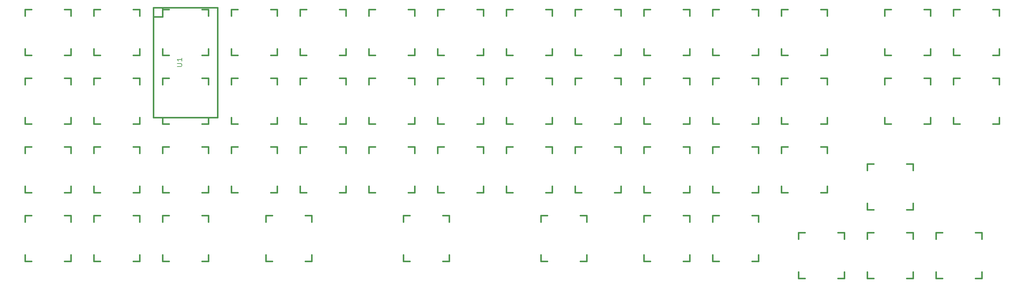
<source format=gto>
G04 #@! TF.FileFunction,Legend,Top*
%FSLAX46Y46*%
G04 Gerber Fmt 4.6, Leading zero omitted, Abs format (unit mm)*
G04 Created by KiCad (PCBNEW 4.0.7) date 07/12/18 08:23:41*
%MOMM*%
%LPD*%
G01*
G04 APERTURE LIST*
%ADD10C,0.100000*%
%ADD11C,0.381000*%
%ADD12C,0.203200*%
G04 APERTURE END LIST*
D10*
D11*
X222250000Y-53181200D02*
X224028000Y-53181200D01*
X233172000Y-53181200D02*
X234950000Y-53181200D01*
X234950000Y-53181200D02*
X234950000Y-54959200D01*
X234950000Y-64103200D02*
X234950000Y-65881200D01*
X234950000Y-65881200D02*
X233172000Y-65881200D01*
X224028000Y-65881200D02*
X222250000Y-65881200D01*
X222250000Y-65881200D02*
X222250000Y-64103200D01*
X222250000Y-54959200D02*
X222250000Y-53181200D01*
X203200000Y-72231200D02*
X204978000Y-72231200D01*
X214122000Y-72231200D02*
X215900000Y-72231200D01*
X215900000Y-72231200D02*
X215900000Y-74009200D01*
X215900000Y-83153200D02*
X215900000Y-84931200D01*
X215900000Y-84931200D02*
X214122000Y-84931200D01*
X204978000Y-84931200D02*
X203200000Y-84931200D01*
X203200000Y-84931200D02*
X203200000Y-83153200D01*
X203200000Y-74009200D02*
X203200000Y-72231200D01*
X203200000Y-53181200D02*
X204978000Y-53181200D01*
X214122000Y-53181200D02*
X215900000Y-53181200D01*
X215900000Y-53181200D02*
X215900000Y-54959200D01*
X215900000Y-64103200D02*
X215900000Y-65881200D01*
X215900000Y-65881200D02*
X214122000Y-65881200D01*
X204978000Y-65881200D02*
X203200000Y-65881200D01*
X203200000Y-65881200D02*
X203200000Y-64103200D01*
X203200000Y-54959200D02*
X203200000Y-53181200D01*
X165100000Y-72231200D02*
X166878000Y-72231200D01*
X176022000Y-72231200D02*
X177800000Y-72231200D01*
X177800000Y-72231200D02*
X177800000Y-74009200D01*
X177800000Y-83153200D02*
X177800000Y-84931200D01*
X177800000Y-84931200D02*
X176022000Y-84931200D01*
X166878000Y-84931200D02*
X165100000Y-84931200D01*
X165100000Y-84931200D02*
X165100000Y-83153200D01*
X165100000Y-74009200D02*
X165100000Y-72231200D01*
X184150000Y-72231200D02*
X185928000Y-72231200D01*
X195072000Y-72231200D02*
X196850000Y-72231200D01*
X196850000Y-72231200D02*
X196850000Y-74009200D01*
X196850000Y-83153200D02*
X196850000Y-84931200D01*
X196850000Y-84931200D02*
X195072000Y-84931200D01*
X185928000Y-84931200D02*
X184150000Y-84931200D01*
X184150000Y-84931200D02*
X184150000Y-83153200D01*
X184150000Y-74009200D02*
X184150000Y-72231200D01*
X31750000Y-53181200D02*
X33528000Y-53181200D01*
X42672000Y-53181200D02*
X44450000Y-53181200D01*
X44450000Y-53181200D02*
X44450000Y-54959200D01*
X44450000Y-64103200D02*
X44450000Y-65881200D01*
X44450000Y-65881200D02*
X42672000Y-65881200D01*
X33528000Y-65881200D02*
X31750000Y-65881200D01*
X31750000Y-65881200D02*
X31750000Y-64103200D01*
X31750000Y-54959200D02*
X31750000Y-53181200D01*
X107950000Y-72231200D02*
X109728000Y-72231200D01*
X118872000Y-72231200D02*
X120650000Y-72231200D01*
X120650000Y-72231200D02*
X120650000Y-74009200D01*
X120650000Y-83153200D02*
X120650000Y-84931200D01*
X120650000Y-84931200D02*
X118872000Y-84931200D01*
X109728000Y-84931200D02*
X107950000Y-84931200D01*
X107950000Y-84931200D02*
X107950000Y-83153200D01*
X107950000Y-74009200D02*
X107950000Y-72231200D01*
X222250000Y-34131200D02*
X224028000Y-34131200D01*
X233172000Y-34131200D02*
X234950000Y-34131200D01*
X234950000Y-34131200D02*
X234950000Y-35909200D01*
X234950000Y-45053200D02*
X234950000Y-46831200D01*
X234950000Y-46831200D02*
X233172000Y-46831200D01*
X224028000Y-46831200D02*
X222250000Y-46831200D01*
X222250000Y-46831200D02*
X222250000Y-45053200D01*
X222250000Y-35909200D02*
X222250000Y-34131200D01*
X250825000Y-53181200D02*
X252603000Y-53181200D01*
X261747000Y-53181200D02*
X263525000Y-53181200D01*
X263525000Y-53181200D02*
X263525000Y-54959200D01*
X263525000Y-64103200D02*
X263525000Y-65881200D01*
X263525000Y-65881200D02*
X261747000Y-65881200D01*
X252603000Y-65881200D02*
X250825000Y-65881200D01*
X250825000Y-65881200D02*
X250825000Y-64103200D01*
X250825000Y-54959200D02*
X250825000Y-53181200D01*
X269875000Y-53181200D02*
X271653000Y-53181200D01*
X280797000Y-53181200D02*
X282575000Y-53181200D01*
X282575000Y-53181200D02*
X282575000Y-54959200D01*
X282575000Y-64103200D02*
X282575000Y-65881200D01*
X282575000Y-65881200D02*
X280797000Y-65881200D01*
X271653000Y-65881200D02*
X269875000Y-65881200D01*
X269875000Y-65881200D02*
X269875000Y-64103200D01*
X269875000Y-54959200D02*
X269875000Y-53181200D01*
X69850000Y-72231200D02*
X71628000Y-72231200D01*
X80772000Y-72231200D02*
X82550000Y-72231200D01*
X82550000Y-72231200D02*
X82550000Y-74009200D01*
X82550000Y-83153200D02*
X82550000Y-84931200D01*
X82550000Y-84931200D02*
X80772000Y-84931200D01*
X71628000Y-84931200D02*
X69850000Y-84931200D01*
X69850000Y-84931200D02*
X69850000Y-83153200D01*
X69850000Y-74009200D02*
X69850000Y-72231200D01*
X12700000Y-91281200D02*
X14478000Y-91281200D01*
X23622000Y-91281200D02*
X25400000Y-91281200D01*
X25400000Y-91281200D02*
X25400000Y-93059200D01*
X25400000Y-102203200D02*
X25400000Y-103981200D01*
X25400000Y-103981200D02*
X23622000Y-103981200D01*
X14478000Y-103981200D02*
X12700000Y-103981200D01*
X12700000Y-103981200D02*
X12700000Y-102203200D01*
X12700000Y-93059200D02*
X12700000Y-91281200D01*
X69850000Y-53181200D02*
X71628000Y-53181200D01*
X80772000Y-53181200D02*
X82550000Y-53181200D01*
X82550000Y-53181200D02*
X82550000Y-54959200D01*
X82550000Y-64103200D02*
X82550000Y-65881200D01*
X82550000Y-65881200D02*
X80772000Y-65881200D01*
X71628000Y-65881200D02*
X69850000Y-65881200D01*
X69850000Y-65881200D02*
X69850000Y-64103200D01*
X69850000Y-54959200D02*
X69850000Y-53181200D01*
X246062000Y-96044000D02*
X247840000Y-96044000D01*
X256984000Y-96044000D02*
X258762000Y-96044000D01*
X258762000Y-96044000D02*
X258762000Y-97822000D01*
X258762000Y-106966000D02*
X258762000Y-108744000D01*
X258762000Y-108744000D02*
X256984000Y-108744000D01*
X247840000Y-108744000D02*
X246062000Y-108744000D01*
X246062000Y-108744000D02*
X246062000Y-106966000D01*
X246062000Y-97822000D02*
X246062000Y-96044000D01*
X69850000Y-34131200D02*
X71628000Y-34131200D01*
X80772000Y-34131200D02*
X82550000Y-34131200D01*
X82550000Y-34131200D02*
X82550000Y-35909200D01*
X82550000Y-45053200D02*
X82550000Y-46831200D01*
X82550000Y-46831200D02*
X80772000Y-46831200D01*
X71628000Y-46831200D02*
X69850000Y-46831200D01*
X69850000Y-46831200D02*
X69850000Y-45053200D01*
X69850000Y-35909200D02*
X69850000Y-34131200D01*
X12700000Y-53181200D02*
X14478000Y-53181200D01*
X23622000Y-53181200D02*
X25400000Y-53181200D01*
X25400000Y-53181200D02*
X25400000Y-54959200D01*
X25400000Y-64103200D02*
X25400000Y-65881200D01*
X25400000Y-65881200D02*
X23622000Y-65881200D01*
X14478000Y-65881200D02*
X12700000Y-65881200D01*
X12700000Y-65881200D02*
X12700000Y-64103200D01*
X12700000Y-54959200D02*
X12700000Y-53181200D01*
X88900000Y-53181200D02*
X90678000Y-53181200D01*
X99822000Y-53181200D02*
X101600000Y-53181200D01*
X101600000Y-53181200D02*
X101600000Y-54959200D01*
X101600000Y-64103200D02*
X101600000Y-65881200D01*
X101600000Y-65881200D02*
X99822000Y-65881200D01*
X90678000Y-65881200D02*
X88900000Y-65881200D01*
X88900000Y-65881200D02*
X88900000Y-64103200D01*
X88900000Y-54959200D02*
X88900000Y-53181200D01*
X203200000Y-91281200D02*
X204978000Y-91281200D01*
X214122000Y-91281200D02*
X215900000Y-91281200D01*
X215900000Y-91281200D02*
X215900000Y-93059200D01*
X215900000Y-102203200D02*
X215900000Y-103981200D01*
X215900000Y-103981200D02*
X214122000Y-103981200D01*
X204978000Y-103981200D02*
X203200000Y-103981200D01*
X203200000Y-103981200D02*
X203200000Y-102203200D01*
X203200000Y-93059200D02*
X203200000Y-91281200D01*
X107950000Y-53181200D02*
X109728000Y-53181200D01*
X118872000Y-53181200D02*
X120650000Y-53181200D01*
X120650000Y-53181200D02*
X120650000Y-54959200D01*
X120650000Y-64103200D02*
X120650000Y-65881200D01*
X120650000Y-65881200D02*
X118872000Y-65881200D01*
X109728000Y-65881200D02*
X107950000Y-65881200D01*
X107950000Y-65881200D02*
X107950000Y-64103200D01*
X107950000Y-54959200D02*
X107950000Y-53181200D01*
X127000000Y-53181200D02*
X128778000Y-53181200D01*
X137922000Y-53181200D02*
X139700000Y-53181200D01*
X139700000Y-53181200D02*
X139700000Y-54959200D01*
X139700000Y-64103200D02*
X139700000Y-65881200D01*
X139700000Y-65881200D02*
X137922000Y-65881200D01*
X128778000Y-65881200D02*
X127000000Y-65881200D01*
X127000000Y-65881200D02*
X127000000Y-64103200D01*
X127000000Y-54959200D02*
X127000000Y-53181200D01*
X165100000Y-34131200D02*
X166878000Y-34131200D01*
X176022000Y-34131200D02*
X177800000Y-34131200D01*
X177800000Y-34131200D02*
X177800000Y-35909200D01*
X177800000Y-45053200D02*
X177800000Y-46831200D01*
X177800000Y-46831200D02*
X176022000Y-46831200D01*
X166878000Y-46831200D02*
X165100000Y-46831200D01*
X165100000Y-46831200D02*
X165100000Y-45053200D01*
X165100000Y-35909200D02*
X165100000Y-34131200D01*
X146050000Y-53181200D02*
X147828000Y-53181200D01*
X156972000Y-53181200D02*
X158750000Y-53181200D01*
X158750000Y-53181200D02*
X158750000Y-54959200D01*
X158750000Y-64103200D02*
X158750000Y-65881200D01*
X158750000Y-65881200D02*
X156972000Y-65881200D01*
X147828000Y-65881200D02*
X146050000Y-65881200D01*
X146050000Y-65881200D02*
X146050000Y-64103200D01*
X146050000Y-54959200D02*
X146050000Y-53181200D01*
X165100000Y-53181200D02*
X166878000Y-53181200D01*
X176022000Y-53181200D02*
X177800000Y-53181200D01*
X177800000Y-53181200D02*
X177800000Y-54959200D01*
X177800000Y-64103200D02*
X177800000Y-65881200D01*
X177800000Y-65881200D02*
X176022000Y-65881200D01*
X166878000Y-65881200D02*
X165100000Y-65881200D01*
X165100000Y-65881200D02*
X165100000Y-64103200D01*
X165100000Y-54959200D02*
X165100000Y-53181200D01*
X184150000Y-53181200D02*
X185928000Y-53181200D01*
X195072000Y-53181200D02*
X196850000Y-53181200D01*
X196850000Y-53181200D02*
X196850000Y-54959200D01*
X196850000Y-64103200D02*
X196850000Y-65881200D01*
X196850000Y-65881200D02*
X195072000Y-65881200D01*
X185928000Y-65881200D02*
X184150000Y-65881200D01*
X184150000Y-65881200D02*
X184150000Y-64103200D01*
X184150000Y-54959200D02*
X184150000Y-53181200D01*
X50800000Y-91281200D02*
X52578000Y-91281200D01*
X61722000Y-91281200D02*
X63500000Y-91281200D01*
X63500000Y-91281200D02*
X63500000Y-93059200D01*
X63500000Y-102203200D02*
X63500000Y-103981200D01*
X63500000Y-103981200D02*
X61722000Y-103981200D01*
X52578000Y-103981200D02*
X50800000Y-103981200D01*
X50800000Y-103981200D02*
X50800000Y-102203200D01*
X50800000Y-93059200D02*
X50800000Y-91281200D01*
X227012000Y-96044000D02*
X228790000Y-96044000D01*
X237934000Y-96044000D02*
X239712000Y-96044000D01*
X239712000Y-96044000D02*
X239712000Y-97822000D01*
X239712000Y-106966000D02*
X239712000Y-108744000D01*
X239712000Y-108744000D02*
X237934000Y-108744000D01*
X228790000Y-108744000D02*
X227012000Y-108744000D01*
X227012000Y-108744000D02*
X227012000Y-106966000D01*
X227012000Y-97822000D02*
X227012000Y-96044000D01*
X12700000Y-72231200D02*
X14478000Y-72231200D01*
X23622000Y-72231200D02*
X25400000Y-72231200D01*
X25400000Y-72231200D02*
X25400000Y-74009200D01*
X25400000Y-83153200D02*
X25400000Y-84931200D01*
X25400000Y-84931200D02*
X23622000Y-84931200D01*
X14478000Y-84931200D02*
X12700000Y-84931200D01*
X12700000Y-84931200D02*
X12700000Y-83153200D01*
X12700000Y-74009200D02*
X12700000Y-72231200D01*
X146050000Y-72231200D02*
X147828000Y-72231200D01*
X156972000Y-72231200D02*
X158750000Y-72231200D01*
X158750000Y-72231200D02*
X158750000Y-74009200D01*
X158750000Y-83153200D02*
X158750000Y-84931200D01*
X158750000Y-84931200D02*
X156972000Y-84931200D01*
X147828000Y-84931200D02*
X146050000Y-84931200D01*
X146050000Y-84931200D02*
X146050000Y-83153200D01*
X146050000Y-74009200D02*
X146050000Y-72231200D01*
X127000000Y-72231200D02*
X128778000Y-72231200D01*
X137922000Y-72231200D02*
X139700000Y-72231200D01*
X139700000Y-72231200D02*
X139700000Y-74009200D01*
X139700000Y-83153200D02*
X139700000Y-84931200D01*
X139700000Y-84931200D02*
X137922000Y-84931200D01*
X128778000Y-84931200D02*
X127000000Y-84931200D01*
X127000000Y-84931200D02*
X127000000Y-83153200D01*
X127000000Y-74009200D02*
X127000000Y-72231200D01*
X184150000Y-34131200D02*
X185928000Y-34131200D01*
X195072000Y-34131200D02*
X196850000Y-34131200D01*
X196850000Y-34131200D02*
X196850000Y-35909200D01*
X196850000Y-45053200D02*
X196850000Y-46831200D01*
X196850000Y-46831200D02*
X195072000Y-46831200D01*
X185928000Y-46831200D02*
X184150000Y-46831200D01*
X184150000Y-46831200D02*
X184150000Y-45053200D01*
X184150000Y-35909200D02*
X184150000Y-34131200D01*
X203200000Y-34131200D02*
X204978000Y-34131200D01*
X214122000Y-34131200D02*
X215900000Y-34131200D01*
X215900000Y-34131200D02*
X215900000Y-35909200D01*
X215900000Y-45053200D02*
X215900000Y-46831200D01*
X215900000Y-46831200D02*
X214122000Y-46831200D01*
X204978000Y-46831200D02*
X203200000Y-46831200D01*
X203200000Y-46831200D02*
X203200000Y-45053200D01*
X203200000Y-35909200D02*
X203200000Y-34131200D01*
X31750000Y-34131200D02*
X33528000Y-34131200D01*
X42672000Y-34131200D02*
X44450000Y-34131200D01*
X44450000Y-34131200D02*
X44450000Y-35909200D01*
X44450000Y-45053200D02*
X44450000Y-46831200D01*
X44450000Y-46831200D02*
X42672000Y-46831200D01*
X33528000Y-46831200D02*
X31750000Y-46831200D01*
X31750000Y-46831200D02*
X31750000Y-45053200D01*
X31750000Y-35909200D02*
X31750000Y-34131200D01*
X88900000Y-34131200D02*
X90678000Y-34131200D01*
X99822000Y-34131200D02*
X101600000Y-34131200D01*
X101600000Y-34131200D02*
X101600000Y-35909200D01*
X101600000Y-45053200D02*
X101600000Y-46831200D01*
X101600000Y-46831200D02*
X99822000Y-46831200D01*
X90678000Y-46831200D02*
X88900000Y-46831200D01*
X88900000Y-46831200D02*
X88900000Y-45053200D01*
X88900000Y-35909200D02*
X88900000Y-34131200D01*
X184150000Y-91281200D02*
X185928000Y-91281200D01*
X195072000Y-91281200D02*
X196850000Y-91281200D01*
X196850000Y-91281200D02*
X196850000Y-93059200D01*
X196850000Y-102203200D02*
X196850000Y-103981200D01*
X196850000Y-103981200D02*
X195072000Y-103981200D01*
X185928000Y-103981200D02*
X184150000Y-103981200D01*
X184150000Y-103981200D02*
X184150000Y-102203200D01*
X184150000Y-93059200D02*
X184150000Y-91281200D01*
X265112000Y-96044000D02*
X266890000Y-96044000D01*
X276034000Y-96044000D02*
X277812000Y-96044000D01*
X277812000Y-96044000D02*
X277812000Y-97822000D01*
X277812000Y-106966000D02*
X277812000Y-108744000D01*
X277812000Y-108744000D02*
X276034000Y-108744000D01*
X266890000Y-108744000D02*
X265112000Y-108744000D01*
X265112000Y-108744000D02*
X265112000Y-106966000D01*
X265112000Y-97822000D02*
X265112000Y-96044000D01*
X222250000Y-72231200D02*
X224028000Y-72231200D01*
X233172000Y-72231200D02*
X234950000Y-72231200D01*
X234950000Y-72231200D02*
X234950000Y-74009200D01*
X234950000Y-83153200D02*
X234950000Y-84931200D01*
X234950000Y-84931200D02*
X233172000Y-84931200D01*
X224028000Y-84931200D02*
X222250000Y-84931200D01*
X222250000Y-84931200D02*
X222250000Y-83153200D01*
X222250000Y-74009200D02*
X222250000Y-72231200D01*
X50800000Y-53181200D02*
X52578000Y-53181200D01*
X61722000Y-53181200D02*
X63500000Y-53181200D01*
X63500000Y-53181200D02*
X63500000Y-54959200D01*
X63500000Y-64103200D02*
X63500000Y-65881200D01*
X63500000Y-65881200D02*
X61722000Y-65881200D01*
X52578000Y-65881200D02*
X50800000Y-65881200D01*
X50800000Y-65881200D02*
X50800000Y-64103200D01*
X50800000Y-54959200D02*
X50800000Y-53181200D01*
X107950000Y-34131200D02*
X109728000Y-34131200D01*
X118872000Y-34131200D02*
X120650000Y-34131200D01*
X120650000Y-34131200D02*
X120650000Y-35909200D01*
X120650000Y-45053200D02*
X120650000Y-46831200D01*
X120650000Y-46831200D02*
X118872000Y-46831200D01*
X109728000Y-46831200D02*
X107950000Y-46831200D01*
X107950000Y-46831200D02*
X107950000Y-45053200D01*
X107950000Y-35909200D02*
X107950000Y-34131200D01*
X12700000Y-34131200D02*
X14478000Y-34131200D01*
X23622000Y-34131200D02*
X25400000Y-34131200D01*
X25400000Y-34131200D02*
X25400000Y-35909200D01*
X25400000Y-45053200D02*
X25400000Y-46831200D01*
X25400000Y-46831200D02*
X23622000Y-46831200D01*
X14478000Y-46831200D02*
X12700000Y-46831200D01*
X12700000Y-46831200D02*
X12700000Y-45053200D01*
X12700000Y-35909200D02*
X12700000Y-34131200D01*
X250825000Y-34131200D02*
X252603000Y-34131200D01*
X261747000Y-34131200D02*
X263525000Y-34131200D01*
X263525000Y-34131200D02*
X263525000Y-35909200D01*
X263525000Y-45053200D02*
X263525000Y-46831200D01*
X263525000Y-46831200D02*
X261747000Y-46831200D01*
X252603000Y-46831200D02*
X250825000Y-46831200D01*
X250825000Y-46831200D02*
X250825000Y-45053200D01*
X250825000Y-35909200D02*
X250825000Y-34131200D01*
X269875000Y-34131200D02*
X271653000Y-34131200D01*
X280797000Y-34131200D02*
X282575000Y-34131200D01*
X282575000Y-34131200D02*
X282575000Y-35909200D01*
X282575000Y-45053200D02*
X282575000Y-46831200D01*
X282575000Y-46831200D02*
X280797000Y-46831200D01*
X271653000Y-46831200D02*
X269875000Y-46831200D01*
X269875000Y-46831200D02*
X269875000Y-45053200D01*
X269875000Y-35909200D02*
X269875000Y-34131200D01*
X146050000Y-34131200D02*
X147828000Y-34131200D01*
X156972000Y-34131200D02*
X158750000Y-34131200D01*
X158750000Y-34131200D02*
X158750000Y-35909200D01*
X158750000Y-45053200D02*
X158750000Y-46831200D01*
X158750000Y-46831200D02*
X156972000Y-46831200D01*
X147828000Y-46831200D02*
X146050000Y-46831200D01*
X146050000Y-46831200D02*
X146050000Y-45053200D01*
X146050000Y-35909200D02*
X146050000Y-34131200D01*
X246062000Y-76993800D02*
X247840000Y-76993800D01*
X256984000Y-76993800D02*
X258762000Y-76993800D01*
X258762000Y-76993800D02*
X258762000Y-78771800D01*
X258762000Y-87915800D02*
X258762000Y-89693800D01*
X258762000Y-89693800D02*
X256984000Y-89693800D01*
X247840000Y-89693800D02*
X246062000Y-89693800D01*
X246062000Y-89693800D02*
X246062000Y-87915800D01*
X246062000Y-78771800D02*
X246062000Y-76993800D01*
X88900000Y-72231200D02*
X90678000Y-72231200D01*
X99822000Y-72231200D02*
X101600000Y-72231200D01*
X101600000Y-72231200D02*
X101600000Y-74009200D01*
X101600000Y-83153200D02*
X101600000Y-84931200D01*
X101600000Y-84931200D02*
X99822000Y-84931200D01*
X90678000Y-84931200D02*
X88900000Y-84931200D01*
X88900000Y-84931200D02*
X88900000Y-83153200D01*
X88900000Y-74009200D02*
X88900000Y-72231200D01*
X50800000Y-34131200D02*
X52578000Y-34131200D01*
X61722000Y-34131200D02*
X63500000Y-34131200D01*
X63500000Y-34131200D02*
X63500000Y-35909200D01*
X63500000Y-45053200D02*
X63500000Y-46831200D01*
X63500000Y-46831200D02*
X61722000Y-46831200D01*
X52578000Y-46831200D02*
X50800000Y-46831200D01*
X50800000Y-46831200D02*
X50800000Y-45053200D01*
X50800000Y-35909200D02*
X50800000Y-34131200D01*
X31750000Y-91281200D02*
X33528000Y-91281200D01*
X42672000Y-91281200D02*
X44450000Y-91281200D01*
X44450000Y-91281200D02*
X44450000Y-93059200D01*
X44450000Y-102203200D02*
X44450000Y-103981200D01*
X44450000Y-103981200D02*
X42672000Y-103981200D01*
X33528000Y-103981200D02*
X31750000Y-103981200D01*
X31750000Y-103981200D02*
X31750000Y-102203200D01*
X31750000Y-93059200D02*
X31750000Y-91281200D01*
X50800000Y-72231200D02*
X52578000Y-72231200D01*
X61722000Y-72231200D02*
X63500000Y-72231200D01*
X63500000Y-72231200D02*
X63500000Y-74009200D01*
X63500000Y-83153200D02*
X63500000Y-84931200D01*
X63500000Y-84931200D02*
X61722000Y-84931200D01*
X52578000Y-84931200D02*
X50800000Y-84931200D01*
X50800000Y-84931200D02*
X50800000Y-83153200D01*
X50800000Y-74009200D02*
X50800000Y-72231200D01*
X127000000Y-34131200D02*
X128778000Y-34131200D01*
X137922000Y-34131200D02*
X139700000Y-34131200D01*
X139700000Y-34131200D02*
X139700000Y-35909200D01*
X139700000Y-45053200D02*
X139700000Y-46831200D01*
X139700000Y-46831200D02*
X137922000Y-46831200D01*
X128778000Y-46831200D02*
X127000000Y-46831200D01*
X127000000Y-46831200D02*
X127000000Y-45053200D01*
X127000000Y-35909200D02*
X127000000Y-34131200D01*
X31750000Y-72231200D02*
X33528000Y-72231200D01*
X42672000Y-72231200D02*
X44450000Y-72231200D01*
X44450000Y-72231200D02*
X44450000Y-74009200D01*
X44450000Y-83153200D02*
X44450000Y-84931200D01*
X44450000Y-84931200D02*
X42672000Y-84931200D01*
X33528000Y-84931200D02*
X31750000Y-84931200D01*
X31750000Y-84931200D02*
X31750000Y-83153200D01*
X31750000Y-74009200D02*
X31750000Y-72231200D01*
X66040000Y-33575600D02*
X48260000Y-33575600D01*
X48260000Y-33575600D02*
X48260000Y-64055600D01*
X48260000Y-64055600D02*
X66040000Y-64055600D01*
X66040000Y-64055600D02*
X66040000Y-33575600D01*
X50800000Y-33575600D02*
X50800000Y-36115600D01*
X50800000Y-36115600D02*
X48260000Y-36115600D01*
X79375000Y-91281200D02*
X81153000Y-91281200D01*
X90297000Y-91281200D02*
X92075000Y-91281200D01*
X92075000Y-91281200D02*
X92075000Y-93059200D01*
X92075000Y-102203200D02*
X92075000Y-103981200D01*
X92075000Y-103981200D02*
X90297000Y-103981200D01*
X81153000Y-103981200D02*
X79375000Y-103981200D01*
X79375000Y-103981200D02*
X79375000Y-102203200D01*
X79375000Y-93059200D02*
X79375000Y-91281200D01*
X117475000Y-91281200D02*
X119253000Y-91281200D01*
X128397000Y-91281200D02*
X130175000Y-91281200D01*
X130175000Y-91281200D02*
X130175000Y-93059200D01*
X130175000Y-102203200D02*
X130175000Y-103981200D01*
X130175000Y-103981200D02*
X128397000Y-103981200D01*
X119253000Y-103981200D02*
X117475000Y-103981200D01*
X117475000Y-103981200D02*
X117475000Y-102203200D01*
X117475000Y-93059200D02*
X117475000Y-91281200D01*
X155575000Y-91281200D02*
X157353000Y-91281200D01*
X166497000Y-91281200D02*
X168275000Y-91281200D01*
X168275000Y-91281200D02*
X168275000Y-93059200D01*
X168275000Y-102203200D02*
X168275000Y-103981200D01*
X168275000Y-103981200D02*
X166497000Y-103981200D01*
X157353000Y-103981200D02*
X155575000Y-103981200D01*
X155575000Y-103981200D02*
X155575000Y-102203200D01*
X155575000Y-93059200D02*
X155575000Y-91281200D01*
D12*
X54829524Y-49976743D02*
X55857619Y-49976743D01*
X55978571Y-49904171D01*
X56039048Y-49831600D01*
X56099524Y-49686457D01*
X56099524Y-49396171D01*
X56039048Y-49251029D01*
X55978571Y-49178457D01*
X55857619Y-49105886D01*
X54829524Y-49105886D01*
X56099524Y-47581886D02*
X56099524Y-48452743D01*
X56099524Y-48017315D02*
X54829524Y-48017315D01*
X55010952Y-48162458D01*
X55131905Y-48307600D01*
X55192381Y-48452743D01*
M02*

</source>
